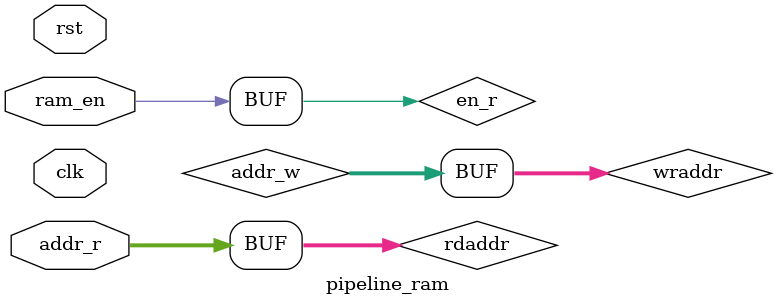
<source format=sv>
module pipeline_ram (
    input logic clk, rst,
    input logic [4:0] addr_r,
    input logic ram_en
);    
    // three stages: issue read, between read and write, write
    logic [4:0] addr_b, addr_w, wraddr;
    logic en_r, en_b, en_w;
    
    // Issue Read
    logic [31:0] readdata, writedata, readdata_fvalue;
    logic [4:0] rdaddr;
    assign rdaddr = addr_r;
    ram2 u0 (
        .data      (writedata),      //   input,  width = 32,      data.datain
        .q         (readdata),         //  output,  width = 32,         q.dataout
        .wraddress (wraddr), //   input,   width = 5, wraddress.wraddress
        .rdaddress (rdaddr), //   input,   width = 5, rdaddress.rdaddress
        .wren      (en_w),      //   input,   width = 1,      wren.wren
        .clock     (clk)      //   input,   width = 1,     clock.clk
    );

    // Combinational logic of SRAM between issue read and write 
    always_ff @(posedge clk) begin
        if (rst) begin
            addr_b <= 'b0;
        end else begin
            addr_b <= addr_r;
        end
    end

    // Write Stage, add one and update to memory. 
    // TODO: Add forwarding 
    always_ff @(posedge clk) begin
        if (rst) begin
            addr_w <= 'b0;
        end else begin
            addr_w <= addr_b;
        end
    end

    assign writedata =  readdata_fvalue + 1;
    assign wraddr = addr_w;

    // always_ff (posedge clk) begin
    //     if(rst) begin
    //         en_r <= 0;
    //     end else if (~en_r) begin
        
    // end

    // delay wren by two cycles
    assign en_r = ram_en;
    always_ff @(posedge clk) begin
        if (rst) begin
            en_b <= 0;
            en_w <= 0;
        end else begin
            en_b <= en_r;
            en_w <= en_b;
        end
    end

    // forward
    logic fw_rw_r, fw_rw_b, fw_rw_w;
    logic [31:0] fw_value_r, fw_value_b, fw_value_w;
    assign fw_rw_r = (addr_r == addr_w) & en_w;
    always_comb begin : fowarding
        fw_value_r = 'bx;
        if(fw_rw_r) begin 
            fw_value_r = writedata;
        end
    end

    always_ff @(posedge clk) begin
        if(rst) begin
            fw_rw_b <= 0;
            fw_rw_w <= 0;

            fw_value_b <= 0;
            fw_value_w <= 0;
        end else begin
            fw_rw_b <= fw_rw_r;
            fw_rw_w <= fw_rw_b;

            fw_value_b <= fw_value_r;
            fw_value_w <= fw_value_b;
        end
    end
    logic test;
    always_ff @(posedge clk) begin
        if(rst) begin
            test <= 0;
        end else begin
            test <= fw_rw_r;
        end
    end
    

    always_comb begin
        if(fw_rw_w) begin
            readdata_fvalue = fw_value_w;
        end else begin
            readdata_fvalue = readdata;
        end
    end

    
endmodule

</source>
